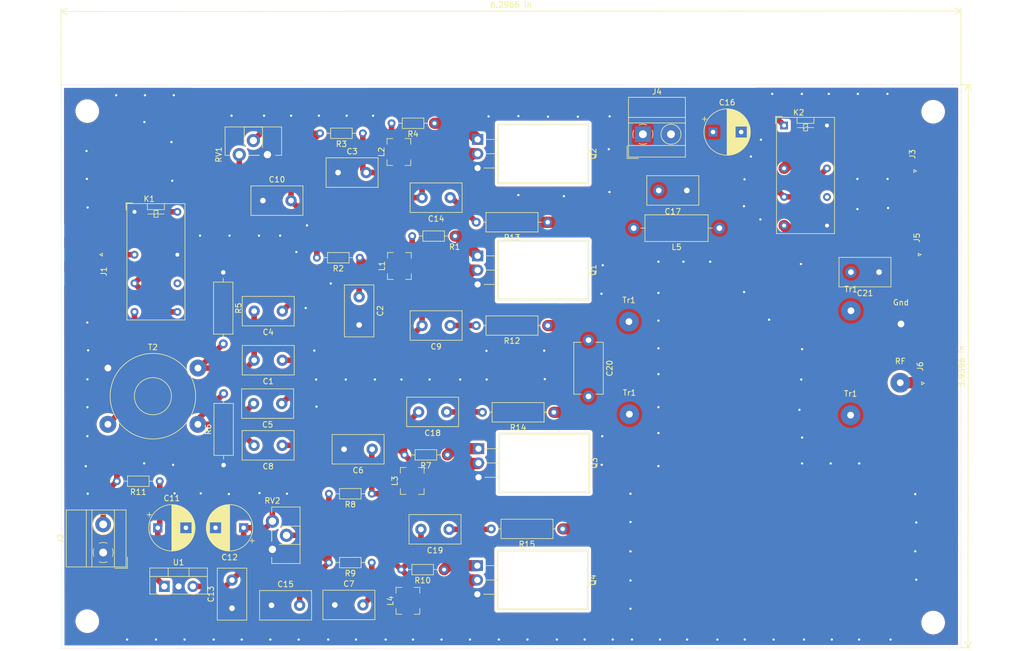
<source format=kicad_pcb>
(kicad_pcb (version 20171130) (host pcbnew "(5.1.4)-1")
  (layers (0 F.Cu signal) (31 B.Cu signal) (34 B.Paste user) (35 F.Paste user) (36 B.SilkS user) (37 F.SilkS user) (38 B.Mask user) (39 F.Mask user) (44 Edge.Cuts user))
  (net 0 "")
  (net 1 "Net-(C1-Pad1)")
  (net 2 "Net-(C1-Pad2)")
  (net 3 "Net-(C2-Pad1)")
  (net 4 GND)
  (net 5 "Net-(C3-Pad2)")
  (net 6 "Net-(C5-Pad2)")
  (net 7 "Net-(C6-Pad1)")
  (net 8 "Net-(C7-Pad2)")
  (net 9 Bias_A)
  (net 10 "Net-(C11-Pad1)")
  (net 11 "Net-(C12-Pad1)")
  (net 12 Bias_B)
  (net 13 "Net-(J1-Pad1)")
  (net 14 12V_Switch)
  (net 15 "Net-(J3-Pad1)")
  (net 16 "Net-(K1-Pad11)")
  (net 17 "Net-(K1-Pad8)")
  (net 18 "Net-(K1-Pad6)")
  (net 19 "Net-(K2-Pad11)")
  (net 20 "Net-(Q1-Pad1)")
  (net 21 "Net-(Q2-Pad1)")
  (net 22 "Net-(Q3-Pad1)")
  (net 23 "Net-(Q4-Pad1)")
  (net 24 "Net-(C14-Pad2)")
  (net 25 "Net-(C18-Pad2)")
  (net 26 "Net-(C19-Pad2)")
  (net 27 "Net-(C9-Pad1)")
  (net 28 "Net-(C14-Pad1)")
  (net 29 "Net-(C18-Pad1)")
  (net 30 "Net-(C19-Pad1)")
  (net 31 "Net-(C20-Pad1)")
  (net 32 "Net-(C20-Pad2)")
  (net 33 "Net-(J6-Pad1)")
  (net 34 "Net-(J5-Pad1)")
  (net 35 "Net-(C16-Pad1)")
  (net 36 "Net-(C21-Pad2)")
  (module Connector_Coaxial:SMA_Amphenol_132289_EdgeMount (layer F.Cu) (at 217.51544 74.3458)
    (fp_text reference J5 (at -3.96 -3 90) (layer F.SilkS))
    (fp_text value LPF-Out)
    (pad 1 smd rect (at 0 0 90) (size 1.5 5.08) (layers F.Cu F.Paste F.Mask) (net 34 "Net-(J5-Pad1)"))
    (pad 2 smd rect (at 0 -4.25 90) (size 1.5 5.08) (layers F.Cu F.Paste F.Mask) (net 4 GND))
    (pad 2 smd rect (at 0 4.25 90) (size 1.5 5.08) (layers F.Cu F.Paste F.Mask) (net 4 GND))
    (pad 2 smd rect (at 0 -4.25 90) (size 1.5 5.08) (layers B.Cu B.Paste B.Mask) (net 4 GND))
    (pad 2 smd rect (at 0 4.25 90) (size 1.5 5.08) (layers B.Cu B.Paste B.Mask) (net 4 GND))
  )
  (module Connector_Coaxial:SMA_Amphenol_132289_EdgeMount (layer F.Cu) (at 218.10472 97.21088)
    (fp_text reference J6 (at -3.96 -3 90) (layer F.SilkS))
    (fp_text value LPF)
    (pad 1 smd rect (at 0 0 90) (size 1.5 5.08) (layers F.Cu F.Paste F.Mask) (net 33 "Net-(J6-Pad1)"))
    (pad 2 smd rect (at 0 -4.25 90) (size 1.5 5.08) (layers F.Cu F.Paste F.Mask) (net 4 GND))
    (pad 2 smd rect (at 0 4.25 90) (size 1.5 5.08) (layers F.Cu F.Paste F.Mask) (net 4 GND))
    (pad 2 smd rect (at 0 -4.25 90) (size 1.5 5.08) (layers B.Cu B.Paste B.Mask) (net 4 GND))
    (pad 2 smd rect (at 0 4.25 90) (size 1.5 5.08) (layers B.Cu B.Paste B.Mask) (net 4 GND))
  )
  (module Connector_Coaxial:SMA_Amphenol_132289_EdgeMount (layer F.Cu) (at 216.71788 59.49188)
    (fp_text reference J3 (at -3.96 -3 90) (layer F.SilkS))
    (fp_text value Conn_Coaxial)
    (pad 1 smd rect (at 0 0 90) (size 1.5 5.08) (layers F.Cu F.Paste F.Mask) (net 15 "Net-(J3-Pad1)"))
    (pad 2 smd rect (at 0 -4.25 90) (size 1.5 5.08) (layers F.Cu F.Paste F.Mask) (net 4 GND))
    (pad 2 smd rect (at 0 4.25 90) (size 1.5 5.08) (layers F.Cu F.Paste F.Mask) (net 4 GND))
    (pad 2 smd rect (at 0 -4.25 90) (size 1.5 5.08) (layers B.Cu B.Paste B.Mask) (net 4 GND))
    (pad 2 smd rect (at 0 4.25 90) (size 1.5 5.08) (layers B.Cu B.Paste B.Mask) (net 4 GND))
  )
  (module Connector_Coaxial:SMA_Amphenol_132289_EdgeMount (layer F.Cu) (at 65.1002 74.35596 180)
    (fp_text reference J1 (at -3.96 -3 90) (layer F.SilkS))
    (fp_text value Conn_Coaxial)
    (pad 1 smd rect (at 0 0 270) (size 1.5 5.08) (layers F.Cu F.Paste F.Mask) (net 13 "Net-(J1-Pad1)"))
    (pad 2 smd rect (at 0 -4.25 270) (size 1.5 5.08) (layers F.Cu F.Paste F.Mask) (net 4 GND))
    (pad 2 smd rect (at 0 4.25 270) (size 1.5 5.08) (layers F.Cu F.Paste F.Mask) (net 4 GND))
    (pad 2 smd rect (at 0 -4.25 270) (size 1.5 5.08) (layers B.Cu B.Paste B.Mask) (net 4 GND))
    (pad 2 smd rect (at 0 4.25 270) (size 1.5 5.08) (layers B.Cu B.Paste B.Mask) (net 4 GND))
  )
  (module MountingHole:MountingHole_3.2mm_M3 (layer F.Cu) (at 66.1162 48.83912)
    (fp_text reference " " (at 0 -4.2) (layer F.SilkS))
    (fp_text value " ")
    (pad 1 np_thru_hole circle (at 0 0) (size 3.2 3.2) (drill 3.2) (layers *.Cu *.Mask))
  )
  (module MountingHole:MountingHole_3.2mm_M3 (layer F.Cu) (at 66.1162 139.49172)
    (fp_text reference " " (at 0 -4.2) (layer F.SilkS))
    (fp_text value " ")
    (pad 1 np_thru_hole circle (at 0 0) (size 3.2 3.2) (drill 3.2) (layers *.Cu *.Mask))
  )
  (module MountingHole:MountingHole_3.2mm_M3 (layer F.Cu) (at 216.44864 139.74064)
    (fp_text reference " " (at 0 -4.2) (layer F.SilkS))
    (fp_text value " ")
    (pad 1 np_thru_hole circle (at 0 0) (size 3.2 3.2) (drill 3.2) (layers *.Cu *.Mask))
  )
  (module MountingHole:MountingHole_3.2mm_M3 (layer F.Cu) (at 216.44864 48.95088)
    (fp_text reference " " (at 0 -4.2) (layer F.SilkS))
    (fp_text value " ")
    (pad 1 np_thru_hole circle (at 0 0) (size 3.2 3.2) (drill 3.2) (layers *.Cu *.Mask))
  )
  (module Connector_Wire:SolderWirePad_1x01_Drill1.2mm (layer F.Cu) (at 162.46348 102.70744)
    (fp_text reference Tr1 (at 0 -3.81) (layer F.SilkS))
    (fp_text value Tr1)
    (pad 1 thru_hole circle (at 0 0) (size 3.50012 3.50012) (drill 1.19888) (layers *.Cu *.Mask) (net 32 "Net-(C20-Pad2)"))
  )
  (module Connector_Wire:SolderWirePad_1x01_Drill1.2mm (layer F.Cu) (at 162.3822 86.25332)
    (fp_text reference Tr1 (at 0 -3.81) (layer F.SilkS))
    (fp_text value Tr1)
    (pad 1 thru_hole circle (at 0 0) (size 3.50012 3.50012) (drill 1.19888) (layers *.Cu *.Mask) (net 31 "Net-(C20-Pad1)"))
  )
  (module Connector_Wire:SolderWirePad_1x01_Drill1.2mm (layer F.Cu) (at 201.78268 102.88016)
    (fp_text reference Tr1 (at 0 -3.81) (layer F.SilkS))
    (fp_text value Tr1)
    (pad 1 thru_hole circle (at 0 0) (size 3.50012 3.50012) (drill 1.19888) (layers *.Cu *.Mask) (net 36 "Net-(C21-Pad2)"))
  )
  (module Connector_Wire:SolderWirePad_1x01_Drill1.2mm (layer F.Cu) (at 201.83856 84.32292)
    (fp_text reference Tr1 (at 0 -3.81) (layer F.SilkS))
    (fp_text value " Tr1")
    (pad 1 thru_hole circle (at 0 0) (size 3.50012 3.50012) (drill 1.19888) (layers *.Cu *.Mask) (net 36 "Net-(C21-Pad2)"))
  )
  (module Connector_Wire:SolderWirePad_1x01_Drill1.2mm (layer F.Cu) (at 210.73364 86.66988)
    (fp_text reference Gnd (at 0 -3.81) (layer F.SilkS))
    (fp_text value Gnd)
    (pad 1 thru_hole circle (at 0 0) (size 3.50012 3.50012) (drill 1.19888) (layers *.Cu *.Mask) (net 4 GND))
  )
  (module Connector_Wire:SolderWirePad_1x01_Drill1.2mm (layer F.Cu) (at 210.60156 97.10928)
    (fp_text reference RF (at 0 -3.81) (layer F.SilkS))
    (fp_text value Rf)
    (pad 1 thru_hole circle (at 0 0) (size 3.50012 3.50012) (drill 1.19888) (layers *.Cu *.Mask) (net 33 "Net-(J6-Pad1)"))
  )
  (module Relay_THT:Relay_DPDT_Omron_G5V-2 (layer F.Cu) (at 74.50836 66.74104)
    (fp_text reference K1 (at 2.6 -2.3) (layer F.SilkS))
    (fp_text value G5V-2)
    (pad 13 thru_hole circle (at 7.62 7.62) (size 1.4 1.4) (drill 0.7) (layers *.Cu *.Mask) (net 4 GND))
    (pad 9 thru_hole circle (at 7.63 17.79) (size 1.4 1.4) (drill 0.7) (layers *.Cu *.Mask) (net 18 "Net-(K1-Pad6)"))
    (pad 11 thru_hole circle (at 7.63 12.71) (size 1.4 1.4) (drill 0.7) (layers *.Cu *.Mask) (net 16 "Net-(K1-Pad11)"))
    (pad 4 thru_hole circle (at 0 7.62) (size 1.4 1.4) (drill 0.7) (layers *.Cu *.Mask) (net 13 "Net-(J1-Pad1)"))
    (pad 8 thru_hole circle (at 0 17.78) (size 1.4 1.4) (drill 0.7) (layers *.Cu *.Mask) (net 17 "Net-(K1-Pad8)"))
    (pad 6 thru_hole circle (at 0 12.69) (size 1.4 1.4) (drill 0.7) (layers *.Cu *.Mask) (net 18 "Net-(K1-Pad6)"))
    (pad 16 thru_hole circle (at 7.62 0) (size 1.4 1.4) (drill 0.7) (layers *.Cu *.Mask) (net 14 12V_Switch))
    (pad 1 thru_hole rect (at 0 0) (size 1.4 1.4) (drill 0.7) (layers *.Cu *.Mask) (net 4 GND))
  )
  (module Capacitor_THT:C_Disc_D9.0mm_W5.0mm_P5.00mm (layer F.Cu) (at 206.83728 77.45476 180)
    (fp_text reference C21 (at 2.5 -3.75) (layer F.SilkS))
    (fp_text value 100n)
    (pad 2 thru_hole circle (at 5 0 180) (size 2 2) (drill 1) (layers *.Cu *.Mask) (net 36 "Net-(C21-Pad2)"))
    (pad 1 thru_hole circle (at 0 0 180) (size 2 2) (drill 1) (layers *.Cu *.Mask) (net 4 GND))
  )
  (module Capacitor_THT:CP_Radial_D8.0mm_P5.00mm (layer F.Cu) (at 177.33264 52.56276)
    (fp_text reference C16 (at 2.5 -5.25) (layer F.SilkS))
    (fp_text value 100u)
    (pad 1 thru_hole rect (at 0 0) (size 1.6 1.6) (drill 0.8) (layers *.Cu *.Mask) (net 35 "Net-(C16-Pad1)"))
    (pad 2 thru_hole circle (at 5 0) (size 1.6 1.6) (drill 0.8) (layers *.Cu *.Mask) (net 4 GND))
  )
  (module Resistor_THT:R_Axial_DIN0309_L9.0mm_D3.2mm_P12.70mm_Horizontal (layer F.Cu) (at 150.61184 123.09348 180)
    (fp_text reference R15 (at 6.35 -2.72) (layer F.SilkS))
    (fp_text value 220)
    (pad 2 thru_hole oval (at 12.7 0 180) (size 1.6 1.6) (drill 0.8) (layers *.Cu *.Mask) (net 30 "Net-(C19-Pad1)"))
    (pad 1 thru_hole circle (at 0 0 180) (size 1.6 1.6) (drill 0.8) (layers *.Cu *.Mask) (net 32 "Net-(C20-Pad2)"))
  )
  (module Resistor_THT:R_Axial_DIN0309_L9.0mm_D3.2mm_P12.70mm_Horizontal (layer F.Cu) (at 149.03704 102.36708 180)
    (fp_text reference R14 (at 6.35 -2.72) (layer F.SilkS))
    (fp_text value 220)
    (pad 2 thru_hole oval (at 12.7 0 180) (size 1.6 1.6) (drill 0.8) (layers *.Cu *.Mask) (net 29 "Net-(C18-Pad1)"))
    (pad 1 thru_hole circle (at 0 0 180) (size 1.6 1.6) (drill 0.8) (layers *.Cu *.Mask) (net 32 "Net-(C20-Pad2)"))
  )
  (module Resistor_THT:R_Axial_DIN0309_L9.0mm_D3.2mm_P12.70mm_Horizontal (layer F.Cu) (at 147.94992 68.59016 180)
    (fp_text reference R13 (at 6.35 -2.72) (layer F.SilkS))
    (fp_text value 220)
    (pad 2 thru_hole oval (at 12.7 0 180) (size 1.6 1.6) (drill 0.8) (layers *.Cu *.Mask) (net 28 "Net-(C14-Pad1)"))
    (pad 1 thru_hole circle (at 0 0 180) (size 1.6 1.6) (drill 0.8) (layers *.Cu *.Mask) (net 31 "Net-(C20-Pad1)"))
  )
  (module Resistor_THT:R_Axial_DIN0309_L9.0mm_D3.2mm_P12.70mm_Horizontal (layer F.Cu) (at 147.94992 86.95436 180)
    (fp_text reference R12 (at 6.35 -2.72) (layer F.SilkS))
    (fp_text value 220)
    (pad 2 thru_hole oval (at 12.7 0 180) (size 1.6 1.6) (drill 0.8) (layers *.Cu *.Mask) (net 27 "Net-(C9-Pad1)"))
    (pad 1 thru_hole circle (at 0 0 180) (size 1.6 1.6) (drill 0.8) (layers *.Cu *.Mask) (net 31 "Net-(C20-Pad1)"))
  )
  (module Capacitor_THT:C_Disc_D9.0mm_W5.0mm_P10.00mm (layer F.Cu) (at 155.19908 89.54008 270)
    (fp_text reference C20 (at 5 -3.75 90) (layer F.SilkS))
    (fp_text value 500p)
    (pad 1 thru_hole circle (at 0 0 270) (size 2 2) (drill 1) (layers *.Cu *.Mask) (net 31 "Net-(C20-Pad1)"))
    (pad 2 thru_hole circle (at 10 0 270) (size 2 2) (drill 1) (layers *.Cu *.Mask) (net 32 "Net-(C20-Pad2)"))
  )
  (module Capacitor_THT:C_Disc_D9.0mm_W5.0mm_P5.00mm (layer F.Cu) (at 130.41884 123.16968 180)
    (fp_text reference C19 (at 2.5 -3.75) (layer F.SilkS))
    (fp_text value 100n)
    (pad 2 thru_hole circle (at 5 0 180) (size 2 2) (drill 1) (layers *.Cu *.Mask) (net 26 "Net-(C19-Pad2)"))
    (pad 1 thru_hole circle (at 0 0 180) (size 2 2) (drill 1) (layers *.Cu *.Mask) (net 30 "Net-(C19-Pad1)"))
  )
  (module Capacitor_THT:C_Disc_D9.0mm_W5.0mm_P5.00mm (layer F.Cu) (at 130.61696 86.9442 180)
    (fp_text reference C9 (at 2.5 -3.75) (layer F.SilkS))
    (fp_text value 100n)
    (pad 1 thru_hole circle (at 0 0 180) (size 2 2) (drill 1) (layers *.Cu *.Mask) (net 27 "Net-(C9-Pad1)"))
    (pad 2 thru_hole circle (at 5 0 180) (size 2 2) (drill 1) (layers *.Cu *.Mask) (net 1 "Net-(C1-Pad1)"))
  )
  (module Capacitor_THT:C_Disc_D9.0mm_W5.0mm_P5.00mm (layer F.Cu) (at 114.43208 81.84388 270)
    (fp_text reference C2 (at 2.5 -3.75 90) (layer F.SilkS))
    (fp_text value 100n)
    (pad 1 thru_hole circle (at 0 0 270) (size 2 2) (drill 1) (layers *.Cu *.Mask) (net 3 "Net-(C2-Pad1)"))
    (pad 2 thru_hole circle (at 5 0 270) (size 2 2) (drill 1) (layers *.Cu *.Mask) (net 4 GND))
  )
  (module Capacitor_THT:C_Disc_D9.0mm_W5.0mm_P5.00mm (layer F.Cu) (at 100.77704 93.11132 180)
    (fp_text reference C1 (at 2.5 -3.75) (layer F.SilkS))
    (fp_text value 100n)
    (pad 1 thru_hole circle (at 0 0 180) (size 2 2) (drill 1) (layers *.Cu *.Mask) (net 1 "Net-(C1-Pad1)"))
    (pad 2 thru_hole circle (at 5 0 180) (size 2 2) (drill 1) (layers *.Cu *.Mask) (net 2 "Net-(C1-Pad2)"))
  )
  (module Capacitor_THT:C_Disc_D9.0mm_W5.0mm_P5.00mm (layer F.Cu) (at 110.68304 59.76112)
    (fp_text reference C3 (at 2.5 -3.75) (layer F.SilkS))
    (fp_text value 100n)
    (pad 2 thru_hole circle (at 5 0) (size 2 2) (drill 1) (layers *.Cu *.Mask) (net 5 "Net-(C3-Pad2)"))
    (pad 1 thru_hole circle (at 0 0) (size 2 2) (drill 1) (layers *.Cu *.Mask) (net 4 GND))
  )
  (module Capacitor_THT:C_Disc_D9.0mm_W5.0mm_P5.00mm (layer F.Cu) (at 100.77704 84.38388 180)
    (fp_text reference C4 (at 2.5 -3.75) (layer F.SilkS))
    (fp_text value 100n)
    (pad 1 thru_hole circle (at 0 0 180) (size 2 2) (drill 1) (layers *.Cu *.Mask) (net 24 "Net-(C14-Pad2)"))
    (pad 2 thru_hole circle (at 5 0 180) (size 2 2) (drill 1) (layers *.Cu *.Mask) (net 2 "Net-(C1-Pad2)"))
  )
  (module Capacitor_THT:C_Disc_D9.0mm_W5.0mm_P5.00mm (layer F.Cu) (at 100.67544 100.81768 180)
    (fp_text reference C5 (at 2.5 -3.75) (layer F.SilkS))
    (fp_text value 100n)
    (pad 2 thru_hole circle (at 5 0 180) (size 2 2) (drill 1) (layers *.Cu *.Mask) (net 6 "Net-(C5-Pad2)"))
    (pad 1 thru_hole circle (at 0 0 180) (size 2 2) (drill 1) (layers *.Cu *.Mask) (net 25 "Net-(C18-Pad2)"))
  )
  (module Capacitor_THT:C_Disc_D9.0mm_W5.0mm_P5.00mm (layer F.Cu) (at 116.75364 108.93552 180)
    (fp_text reference C6 (at 2.5 -3.75) (layer F.SilkS))
    (fp_text value 100n)
    (pad 2 thru_hole circle (at 5 0 180) (size 2 2) (drill 1) (layers *.Cu *.Mask) (net 4 GND))
    (pad 1 thru_hole circle (at 0 0 180) (size 2 2) (drill 1) (layers *.Cu *.Mask) (net 7 "Net-(C6-Pad1)"))
  )
  (module Capacitor_THT:C_Disc_D9.0mm_W5.0mm_P5.00mm (layer F.Cu) (at 110.109 136.60628)
    (fp_text reference C7 (at 2.5 -3.75) (layer F.SilkS))
    (fp_text value 100n)
    (pad 1 thru_hole circle (at 0 0) (size 2 2) (drill 1) (layers *.Cu *.Mask) (net 4 GND))
    (pad 2 thru_hole circle (at 5 0) (size 2 2) (drill 1) (layers *.Cu *.Mask) (net 8 "Net-(C7-Pad2)"))
  )
  (module Capacitor_THT:C_Disc_D9.0mm_W5.0mm_P5.00mm (layer F.Cu) (at 100.75672 108.23956 180)
    (fp_text reference C8 (at 2.5 -3.75) (layer F.SilkS))
    (fp_text value 100n)
    (pad 2 thru_hole circle (at 5 0 180) (size 2 2) (drill 1) (layers *.Cu *.Mask) (net 6 "Net-(C5-Pad2)"))
    (pad 1 thru_hole circle (at 0 0 180) (size 2 2) (drill 1) (layers *.Cu *.Mask) (net 26 "Net-(C19-Pad2)"))
  )
  (module Capacitor_THT:C_Disc_D9.0mm_W5.0mm_P5.00mm (layer F.Cu) (at 97.32772 64.7446)
    (fp_text reference C10 (at 2.5 -3.75) (layer F.SilkS))
    (fp_text value 100n)
    (pad 2 thru_hole circle (at 5 0) (size 2 2) (drill 1) (layers *.Cu *.Mask) (net 9 Bias_A))
    (pad 1 thru_hole circle (at 0 0) (size 2 2) (drill 1) (layers *.Cu *.Mask) (net 4 GND))
  )
  (module Capacitor_THT:CP_Radial_D8.0mm_P5.00mm (layer F.Cu) (at 78.64348 122.89536)
    (fp_text reference C11 (at 2.5 -5.25) (layer F.SilkS))
    (fp_text value 10u)
    (pad 2 thru_hole circle (at 5 0) (size 1.6 1.6) (drill 0.8) (layers *.Cu *.Mask) (net 4 GND))
    (pad 1 thru_hole rect (at 0 0) (size 1.6 1.6) (drill 0.8) (layers *.Cu *.Mask) (net 10 "Net-(C11-Pad1)"))
  )
  (module Capacitor_THT:CP_Radial_D8.0mm_P5.00mm (layer F.Cu) (at 93.90888 122.89536 180)
    (fp_text reference C12 (at 2.5 -5.25) (layer F.SilkS))
    (fp_text value 10u)
    (pad 1 thru_hole rect (at 0 0 180) (size 1.6 1.6) (drill 0.8) (layers *.Cu *.Mask) (net 11 "Net-(C12-Pad1)"))
    (pad 2 thru_hole circle (at 5 0 180) (size 1.6 1.6) (drill 0.8) (layers *.Cu *.Mask) (net 4 GND))
  )
  (module Capacitor_THT:C_Disc_D9.0mm_W5.0mm_P5.00mm (layer F.Cu) (at 91.84132 137.19048 90)
    (fp_text reference C13 (at 2.5 -3.75 90) (layer F.SilkS))
    (fp_text value 100n)
    (pad 2 thru_hole circle (at 5 0 90) (size 2 2) (drill 1) (layers *.Cu *.Mask) (net 11 "Net-(C12-Pad1)"))
    (pad 1 thru_hole circle (at 0 0 90) (size 2 2) (drill 1) (layers *.Cu *.Mask) (net 4 GND))
  )
  (module Capacitor_THT:C_Disc_D9.0mm_W5.0mm_P5.00mm (layer F.Cu) (at 98.8568 136.67232)
    (fp_text reference C15 (at 2.5 -3.75) (layer F.SilkS))
    (fp_text value 100n)
    (pad 1 thru_hole circle (at 0 0) (size 2 2) (drill 1) (layers *.Cu *.Mask) (net 4 GND))
    (pad 2 thru_hole circle (at 5 0) (size 2 2) (drill 1) (layers *.Cu *.Mask) (net 12 Bias_B))
  )
  (module Capacitor_THT:C_Disc_D9.0mm_W5.0mm_P5.00mm (layer F.Cu) (at 172.67936 62.9412 180)
    (fp_text reference C17 (at 2.5 -3.75) (layer F.SilkS))
    (fp_text value 100n)
    (pad 1 thru_hole circle (at 0 0 180) (size 2 2) (drill 1) (layers *.Cu *.Mask) (net 4 GND))
    (pad 2 thru_hole circle (at 5 0 180) (size 2 2) (drill 1) (layers *.Cu *.Mask) (net 35 "Net-(C16-Pad1)"))
  )
  (module TerminalBlock_MetzConnect:TerminalBlock_MetzConnect_Type011_RT05502HBWC_1x02_P5.00mm_Horizontal (layer F.Cu) (at 68.94068 127.28956 90)
    (fp_text reference J2 (at 2.5 -7.56 90) (layer F.SilkS))
    (fp_text value "12V Switch")
    (pad 1 thru_hole rect (at 0 0 90) (size 2.8 2.8) (drill 1.4) (layers *.Cu *.Mask) (net 4 GND))
    (pad 2 thru_hole circle (at 5 0 90) (size 2.8 2.8) (drill 1.4) (layers *.Cu *.Mask) (net 14 12V_Switch))
  )
  (module TerminalBlock_MetzConnect:TerminalBlock_MetzConnect_Type011_RT05502HBWC_1x02_P5.00mm_Horizontal (layer F.Cu) (at 164.86124 52.94884)
    (fp_text reference J4 (at 2.5 -7.56) (layer F.SilkS))
    (fp_text value "12V Power")
    (pad 2 thru_hole circle (at 5 0) (size 2.8 2.8) (drill 1.4) (layers *.Cu *.Mask) (net 4 GND))
    (pad 1 thru_hole rect (at 0 0) (size 2.8 2.8) (drill 1.4) (layers *.Cu *.Mask) (net 35 "Net-(C16-Pad1)"))
  )
  (module Relay_THT:Relay_DPDT_Omron_G5V-2 (layer F.Cu) (at 189.95644 51.39436)
    (fp_text reference K2 (at 2.6 -2.3) (layer F.SilkS))
    (fp_text value G5V-2)
    (pad 1 thru_hole rect (at 0 0) (size 1.4 1.4) (drill 0.7) (layers *.Cu *.Mask) (net 14 12V_Switch))
    (pad 16 thru_hole circle (at 7.62 0) (size 1.4 1.4) (drill 0.7) (layers *.Cu *.Mask) (net 4 GND))
    (pad 6 thru_hole circle (at 0 12.69) (size 1.4 1.4) (drill 0.7) (layers *.Cu *.Mask) (net 18 "Net-(K1-Pad6)"))
    (pad 8 thru_hole circle (at 0 17.78) (size 1.4 1.4) (drill 0.7) (layers *.Cu *.Mask) (net 34 "Net-(J5-Pad1)"))
    (pad 4 thru_hole circle (at 0 7.62) (size 1.4 1.4) (drill 0.7) (layers *.Cu *.Mask) (net 15 "Net-(J3-Pad1)"))
    (pad 11 thru_hole circle (at 7.63 12.71) (size 1.4 1.4) (drill 0.7) (layers *.Cu *.Mask) (net 19 "Net-(K2-Pad11)"))
    (pad 9 thru_hole circle (at 7.63 17.79) (size 1.4 1.4) (drill 0.7) (layers *.Cu *.Mask) (net 4 GND))
    (pad 13 thru_hole circle (at 7.62 7.62) (size 1.4 1.4) (drill 0.7) (layers *.Cu *.Mask) (net 18 "Net-(K1-Pad6)"))
  )
  (module Inductor_SMD:L_Bourns-SRN4018 (layer F.Cu) (at 121.5898 76.36764 270)
    (fp_text reference L1 (at 0 3.1 90) (layer F.SilkS))
    (fp_text value 100u)
    (pad 2 smd rect (at 1.525 0 270) (size 1.5 3.6) (layers F.Cu F.Paste F.Mask) (net 3 "Net-(C2-Pad1)"))
    (pad 1 smd rect (at -1.525 0 270) (size 1.5 3.6) (layers F.Cu F.Paste F.Mask) (net 1 "Net-(C1-Pad1)"))
  )
  (module Inductor_SMD:L_Bourns-SRN4018 (layer F.Cu) (at 121.49836 56.1086 270)
    (fp_text reference L2 (at 0 3.1 90) (layer F.SilkS))
    (fp_text value 100u)
    (pad 1 smd rect (at -1.525 0 270) (size 1.5 3.6) (layers F.Cu F.Paste F.Mask) (net 24 "Net-(C14-Pad2)"))
    (pad 2 smd rect (at 1.525 0 270) (size 1.5 3.6) (layers F.Cu F.Paste F.Mask) (net 5 "Net-(C3-Pad2)"))
  )
  (module Inductor_SMD:L_Bourns-SRN4018 (layer F.Cu) (at 123.87072 114.56924 270)
    (fp_text reference L3 (at 0 3.1 90) (layer F.SilkS))
    (fp_text value 100u)
    (pad 2 smd rect (at 1.525 0 270) (size 1.5 3.6) (layers F.Cu F.Paste F.Mask) (net 7 "Net-(C6-Pad1)"))
    (pad 1 smd rect (at -1.525 0 270) (size 1.5 3.6) (layers F.Cu F.Paste F.Mask) (net 25 "Net-(C18-Pad2)"))
  )
  (module Inductor_SMD:L_Bourns-SRN4018 (layer F.Cu) (at 123.10364 135.87476 270)
    (fp_text reference L4 (at 0 3.1 90) (layer F.SilkS))
    (fp_text value 100u)
    (pad 1 smd rect (at -1.525 0 270) (size 1.5 3.6) (layers F.Cu F.Paste F.Mask) (net 26 "Net-(C19-Pad2)"))
    (pad 2 smd rect (at 1.525 0 270) (size 1.5 3.6) (layers F.Cu F.Paste F.Mask) (net 8 "Net-(C7-Pad2)"))
  )
  (module Resistor_THT:R_Axial_DIN0204_L3.6mm_D1.6mm_P7.62mm_Horizontal (layer F.Cu) (at 131.48056 71.04888 180)
    (fp_text reference R1 (at 0.07619 -1.92) (layer F.SilkS))
    (fp_text value 4.7)
    (pad 2 thru_hole oval (at 7.62 0 180) (size 1.4 1.4) (drill 0.7) (layers *.Cu *.Mask) (net 1 "Net-(C1-Pad1)"))
    (pad 1 thru_hole circle (at 0 0 180) (size 1.4 1.4) (drill 0.7) (layers *.Cu *.Mask) (net 20 "Net-(Q1-Pad1)"))
  )
  (module Resistor_THT:R_Axial_DIN0204_L3.6mm_D1.6mm_P7.62mm_Horizontal (layer F.Cu) (at 114.54384 74.89444 180)
    (fp_text reference R2 (at 3.81 -1.92) (layer F.SilkS))
    (fp_text value 47)
    (pad 2 thru_hole oval (at 7.62 0 180) (size 1.4 1.4) (drill 0.7) (layers *.Cu *.Mask) (net 9 Bias_A))
    (pad 1 thru_hole circle (at 0 0 180) (size 1.4 1.4) (drill 0.7) (layers *.Cu *.Mask) (net 3 "Net-(C2-Pad1)"))
  )
  (module Resistor_THT:R_Axial_DIN0204_L3.6mm_D1.6mm_P7.62mm_Horizontal (layer F.Cu) (at 115.09248 52.7812 180)
    (fp_text reference R3 (at 3.81 -1.92) (layer F.SilkS))
    (fp_text value 47)
    (pad 1 thru_hole circle (at 0 0 180) (size 1.4 1.4) (drill 0.7) (layers *.Cu *.Mask) (net 5 "Net-(C3-Pad2)"))
    (pad 2 thru_hole oval (at 7.62 0 180) (size 1.4 1.4) (drill 0.7) (layers *.Cu *.Mask) (net 9 Bias_A))
  )
  (module Resistor_THT:R_Axial_DIN0204_L3.6mm_D1.6mm_P7.62mm_Horizontal (layer F.Cu) (at 127.82296 50.99812 180)
    (fp_text reference R4 (at 3.81 -1.92) (layer F.SilkS))
    (fp_text value 4.7)
    (pad 1 thru_hole circle (at 0 0 180) (size 1.4 1.4) (drill 0.7) (layers *.Cu *.Mask) (net 21 "Net-(Q2-Pad1)"))
    (pad 2 thru_hole oval (at 7.62 0 180) (size 1.4 1.4) (drill 0.7) (layers *.Cu *.Mask) (net 24 "Net-(C14-Pad2)"))
  )
  (module Resistor_THT:R_Axial_DIN0204_L3.6mm_D1.6mm_P7.62mm_Horizontal (layer F.Cu) (at 130.10896 109.93628 180)
    (fp_text reference R7 (at 3.81 -1.92) (layer F.SilkS))
    (fp_text value 4.7)
    (pad 1 thru_hole circle (at 0 0 180) (size 1.4 1.4) (drill 0.7) (layers *.Cu *.Mask) (net 22 "Net-(Q3-Pad1)"))
    (pad 2 thru_hole oval (at 7.62 0 180) (size 1.4 1.4) (drill 0.7) (layers *.Cu *.Mask) (net 25 "Net-(C18-Pad2)"))
  )
  (module Resistor_THT:R_Axial_DIN0204_L3.6mm_D1.6mm_P7.62mm_Horizontal (layer F.Cu) (at 116.67744 116.84 180)
    (fp_text reference R8 (at 3.81 -1.92) (layer F.SilkS))
    (fp_text value 47)
    (pad 1 thru_hole circle (at 0 0 180) (size 1.4 1.4) (drill 0.7) (layers *.Cu *.Mask) (net 7 "Net-(C6-Pad1)"))
    (pad 2 thru_hole oval (at 7.62 0 180) (size 1.4 1.4) (drill 0.7) (layers *.Cu *.Mask) (net 12 Bias_B))
  )
  (module Resistor_THT:R_Axial_DIN0204_L3.6mm_D1.6mm_P7.62mm_Horizontal (layer F.Cu) (at 116.67744 129.07772 180)
    (fp_text reference R9 (at 3.81 -1.92) (layer F.SilkS))
    (fp_text value 47)
    (pad 2 thru_hole oval (at 7.62 0 180) (size 1.4 1.4) (drill 0.7) (layers *.Cu *.Mask) (net 12 Bias_B))
    (pad 1 thru_hole circle (at 0 0 180) (size 1.4 1.4) (drill 0.7) (layers *.Cu *.Mask) (net 8 "Net-(C7-Pad2)"))
  )
  (module Resistor_THT:R_Axial_DIN0204_L3.6mm_D1.6mm_P7.62mm_Horizontal (layer F.Cu) (at 129.52984 130.3274 180)
    (fp_text reference R10 (at 3.81 -1.92) (layer F.SilkS))
    (fp_text value 4.7)
    (pad 2 thru_hole oval (at 7.62 0 180) (size 1.4 1.4) (drill 0.7) (layers *.Cu *.Mask) (net 26 "Net-(C19-Pad2)"))
    (pad 1 thru_hole circle (at 0 0 180) (size 1.4 1.4) (drill 0.7) (layers *.Cu *.Mask) (net 23 "Net-(Q4-Pad1)"))
  )
  (module Resistor_THT:R_Axial_DIN0204_L3.6mm_D1.6mm_P7.62mm_Horizontal (layer F.Cu) (at 78.994 114.61496 180)
    (fp_text reference R11 (at 3.81 -1.92) (layer F.SilkS))
    (fp_text value 2.2k)
    (pad 2 thru_hole oval (at 7.62 0 180) (size 1.4 1.4) (drill 0.7) (layers *.Cu *.Mask) (net 14 12V_Switch))
    (pad 1 thru_hole circle (at 0 0 180) (size 1.4 1.4) (drill 0.7) (layers *.Cu *.Mask) (net 10 "Net-(C11-Pad1)"))
  )
  (module Transformer_THT:Transformer_Toroid_Horizontal_D14.0mm_Amidon-T50 (layer F.Cu) (at 69.77888 104.50576)
    (fp_text reference T2 (at 8 -13.7) (layer F.SilkS))
    (fp_text value "Input transformer")
    (pad 1 thru_hole circle (at 0 0) (size 3 3) (drill 1.2) (layers *.Cu *.Mask) (net 17 "Net-(K1-Pad8)"))
    (pad 2 thru_hole circle (at 16 0) (size 3 3) (drill 1.2) (layers *.Cu *.Mask) (net 6 "Net-(C5-Pad2)"))
    (pad 3 thru_hole circle (at 0 -10) (size 3 3) (drill 1.2) (layers *.Cu *.Mask) (net 4 GND))
    (pad 4 thru_hole circle (at 16 -10) (size 3 3) (drill 1.2) (layers *.Cu *.Mask) (net 2 "Net-(C1-Pad2)"))
  )
  (module Package_TO_SOT_THT:TO-220-3_Vertical (layer F.Cu) (at 79.8068 133.30936)
    (fp_text reference U1 (at 2.54 -4.27) (layer F.SilkS))
    (fp_text value L7805)
    (pad 1 thru_hole rect (at 0 0) (size 1.905 2) (drill 1.1) (layers *.Cu *.Mask) (net 10 "Net-(C11-Pad1)"))
    (pad 2 thru_hole oval (at 2.54 0) (size 1.905 2) (drill 1.1) (layers *.Cu *.Mask) (net 4 GND))
    (pad 3 thru_hole oval (at 5.08 0) (size 1.905 2) (drill 1.1) (layers *.Cu *.Mask) (net 11 "Net-(C12-Pad1)"))
  )
  (module Capacitor_THT:C_Disc_D9.0mm_W5.0mm_P5.00mm (layer F.Cu) (at 130.61696 64.22136 180)
    (fp_text reference C14 (at 2.5 -3.75) (layer F.SilkS))
    (fp_text value 100n)
    (pad 2 thru_hole circle (at 5 0 180) (size 2 2) (drill 1) (layers *.Cu *.Mask) (net 24 "Net-(C14-Pad2)"))
    (pad 1 thru_hole circle (at 0 0 180) (size 2 2) (drill 1) (layers *.Cu *.Mask) (net 28 "Net-(C14-Pad1)"))
  )
  (module Capacitor_THT:C_Disc_D9.0mm_W5.0mm_P5.00mm (layer F.Cu) (at 130.00228 102.30612 180)
    (fp_text reference C18 (at 2.5 -3.75) (layer F.SilkS))
    (fp_text value 100n)
    (pad 1 thru_hole circle (at 0 0 180) (size 2 2) (drill 1) (layers *.Cu *.Mask) (net 29 "Net-(C18-Pad1)"))
    (pad 2 thru_hole circle (at 5 0 180) (size 2 2) (drill 1) (layers *.Cu *.Mask) (net 25 "Net-(C18-Pad2)"))
  )
  (module Package_TO_SOT_THT:TO-220-3_Horizontal_TabDown (layer F.Cu) (at 135.4836 74.55916 270)
    (fp_text reference Q1 (at 2.54 -20.58 90) (layer F.SilkS))
    (fp_text value IRFN24)
    (pad 3 thru_hole oval (at 5.08 0 270) (size 1.905 2) (drill 1.1) (layers *.Cu *.Mask) (net 4 GND))
    (pad 2 thru_hole oval (at 2.54 0 270) (size 1.905 2) (drill 1.1) (layers *.Cu *.Mask) (net 31 "Net-(C20-Pad1)"))
    (pad 1 thru_hole rect (at 0 0 270) (size 1.905 2) (drill 1.1) (layers *.Cu *.Mask) (net 20 "Net-(Q1-Pad1)"))
    (pad "" np_thru_hole oval (at 2.54 -16.66 270) (size 3.5 3.5) (drill 3.5) (layers *.Cu *.Mask))
  )
  (module Package_TO_SOT_THT:TO-220-3_Horizontal_TabDown (layer F.Cu) (at 135.4836 53.8734 270)
    (fp_text reference Q2 (at 2.54 -20.58 90) (layer F.SilkS))
    (fp_text value IRFN24)
    (pad "" np_thru_hole oval (at 2.54 -16.66 270) (size 3.5 3.5) (drill 3.5) (layers *.Cu *.Mask))
    (pad 1 thru_hole rect (at 0 0 270) (size 1.905 2) (drill 1.1) (layers *.Cu *.Mask) (net 21 "Net-(Q2-Pad1)"))
    (pad 2 thru_hole oval (at 2.54 0 270) (size 1.905 2) (drill 1.1) (layers *.Cu *.Mask) (net 31 "Net-(C20-Pad1)"))
    (pad 3 thru_hole oval (at 5.08 0 270) (size 1.905 2) (drill 1.1) (layers *.Cu *.Mask) (net 4 GND))
  )
  (module Package_TO_SOT_THT:TO-220-3_Horizontal_TabDown (layer F.Cu) (at 135.65124 108.839 270)
    (fp_text reference Q3 (at 2.54 -20.58 90) (layer F.SilkS))
    (fp_text value IRFN24)
    (pad 3 thru_hole oval (at 5.08 0 270) (size 1.905 2) (drill 1.1) (layers *.Cu *.Mask) (net 4 GND))
    (pad 2 thru_hole oval (at 2.54 0 270) (size 1.905 2) (drill 1.1) (layers *.Cu *.Mask) (net 32 "Net-(C20-Pad2)"))
    (pad 1 thru_hole rect (at 0 0 270) (size 1.905 2) (drill 1.1) (layers *.Cu *.Mask) (net 22 "Net-(Q3-Pad1)"))
    (pad "" np_thru_hole oval (at 2.54 -16.66 270) (size 3.5 3.5) (drill 3.5) (layers *.Cu *.Mask))
  )
  (module Package_TO_SOT_THT:TO-220-3_Horizontal_TabDown (layer F.Cu) (at 135.43788 129.62636 270)
    (fp_text reference Q4 (at 2.54 -20.58 90) (layer F.SilkS))
    (fp_text value IRFN24)
    (pad "" np_thru_hole oval (at 2.54 -16.66 270) (size 3.5 3.5) (drill 3.5) (layers *.Cu *.Mask))
    (pad 1 thru_hole rect (at 0 0 270) (size 1.905 2) (drill 1.1) (layers *.Cu *.Mask) (net 23 "Net-(Q4-Pad1)"))
    (pad 2 thru_hole oval (at 2.54 0 270) (size 1.905 2) (drill 1.1) (layers *.Cu *.Mask) (net 32 "Net-(C20-Pad2)"))
    (pad 3 thru_hole oval (at 5.08 0 270) (size 1.905 2) (drill 1.1) (layers *.Cu *.Mask) (net 4 GND))
  )
  (module Potentiometer_THT:Potentiometer_ACP_CA9-H2,5_Horizontal (layer F.Cu) (at 93.13164 56.57088 90)
    (fp_text reference RV1 (at 0 -3.65 90) (layer F.SilkS))
    (fp_text value R_POT)
    (pad 1 thru_hole circle (at 0 0 90) (size 2.34 2.34) (drill 1.3) (layers *.Cu *.Mask) (net 11 "Net-(C12-Pad1)"))
    (pad 2 thru_hole circle (at 2.5 2.5 90) (size 2.34 2.34) (drill 1.3) (layers *.Cu *.Mask) (net 9 Bias_A))
    (pad 3 thru_hole circle (at 0 5 90) (size 2.34 2.34) (drill 1.3) (layers *.Cu *.Mask) (net 4 GND))
  )
  (module Potentiometer_THT:Potentiometer_ACP_CA9-H2,5_Horizontal (layer F.Cu) (at 99.01936 121.72696)
    (fp_text reference RV2 (at 0 -3.65) (layer F.SilkS))
    (fp_text value R_POT)
    (pad 1 thru_hole circle (at 0 0) (size 2.34 2.34) (drill 1.3) (layers *.Cu *.Mask) (net 11 "Net-(C12-Pad1)"))
    (pad 2 thru_hole circle (at 2.5 2.5) (size 2.34 2.34) (drill 1.3) (layers *.Cu *.Mask) (net 12 Bias_B))
    (pad 3 thru_hole circle (at 0 5) (size 2.34 2.34) (drill 1.3) (layers *.Cu *.Mask) (net 4 GND))
  )
  (module Resistor_THT:R_Axial_DIN0309_L9.0mm_D3.2mm_P12.70mm_Horizontal (layer F.Cu) (at 90.3478 111.75492 90)
    (fp_text reference R6 (at 6.35 -2.72 90) (layer F.SilkS))
    (fp_text value 10)
    (pad 1 thru_hole circle (at 0 0 90) (size 1.6 1.6) (drill 0.8) (layers *.Cu *.Mask) (net 4 GND))
    (pad 2 thru_hole oval (at 12.7 0 90) (size 1.6 1.6) (drill 0.8) (layers *.Cu *.Mask) (net 6 "Net-(C5-Pad2)"))
  )
  (module Resistor_THT:R_Axial_DIN0309_L9.0mm_D3.2mm_P12.70mm_Horizontal (layer F.Cu) (at 90.28176 77.50556 270)
    (fp_text reference R5 (at 6.35 -2.72 90) (layer F.SilkS))
    (fp_text value 10)
    (pad 1 thru_hole circle (at 0 0 270) (size 1.6 1.6) (drill 0.8) (layers *.Cu *.Mask) (net 4 GND))
    (pad 2 thru_hole oval (at 12.7 0 270) (size 1.6 1.6) (drill 0.8) (layers *.Cu *.Mask) (net 2 "Net-(C1-Pad2)"))
  )
  (module Inductor_THT:L_Axial_L11.0mm_D4.5mm_P15.24mm_Horizontal_Fastron_MECC (layer F.Cu) (at 178.46548 69.64172 180)
    (fp_text reference L5 (at 7.62 -3.37) (layer F.SilkS))
    (fp_text value 100u)
    (pad 1 thru_hole circle (at 0 0 180) (size 2 2) (drill 1) (layers *.Cu *.Mask) (net 36 "Net-(C21-Pad2)"))
    (pad 2 thru_hole oval (at 15.24 0 180) (size 2 2) (drill 1) (layers *.Cu *.Mask) (net 35 "Net-(C16-Pad1)"))
  )
  (dimension 159.933654 (width 0.12) (layer F.SilkS) (gr_text "159,934 mm" (at 141.423818 29.821213 0.02365864407) (layer F.SilkS) (effects (font (size 1 1) (thickness 0.15)))) (feature1 (pts (xy 221.39656 44.12996) (xy 221.39092 30.471772))) (feature2 (pts (xy 61.46292 44.196) (xy 61.45728 30.537812))) (crossbar (pts (xy 61.457522 31.124233) (xy 221.391162 31.058193))) (arrow1a (pts (xy 221.391162 31.058193) (xy 220.2649 31.645079))) (arrow1b (pts (xy 221.391162 31.058193) (xy 220.264416 30.472237))) (arrow2a (pts (xy 61.457522 31.124233) (xy 62.584268 31.710189))) (arrow2b (pts (xy 61.457522 31.124233) (xy 62.583784 30.537347))))
  (dimension 100.065859 (width 0.12) (layer F.SilkS) (gr_text "100,066 mm" (at 223.941663 94.184813 89.96509548) (layer F.SilkS) (effects (font (size 1 1) (thickness 0.15)))) (feature1 (pts (xy 221.32544 44.15028) (xy 223.288563 44.151476))) (feature2 (pts (xy 221.26448 144.21612) (xy 223.227603 144.217316))) (crossbar (pts (xy 222.641183 144.216959) (xy 222.702143 44.151119))) (arrow1a (pts (xy 222.702143 44.151119) (xy 223.287877 45.27798))) (arrow1b (pts (xy 222.702143 44.151119) (xy 222.115036 45.277265))) (arrow2a (pts (xy 222.641183 144.216959) (xy 223.22829 143.090813))) (arrow2b (pts (xy 222.641183 144.216959) (xy 222.055449 143.090098))))
  (gr_line (start 155.40228 106.02976) (end 139.22248 106.02976) (layer Edge.Cuts) (width 0.05))
  (gr_line (start 138.97356 137.43432) (end 138.96848 126.75616) (layer Edge.Cuts) (width 0.05))
  (gr_line (start 138.96848 126.75616) (end 155.14828 126.75616) (layer Edge.Cuts) (width 0.05))
  (gr_line (start 155.14828 126.75616) (end 155.15336 137.42416) (layer Edge.Cuts) (width 0.05))
  (gr_line (start 155.15336 137.42416) (end 138.97356 137.43432) (layer Edge.Cuts) (width 0.05))
  (gr_line (start 155.40736 116.69776) (end 139.22756 116.70792) (layer Edge.Cuts) (width 0.05))
  (gr_line (start 139.22756 116.70792) (end 139.22248 106.02976) (layer Edge.Cuts) (width 0.05))
  (gr_line (start 155.40228 106.02976) (end 155.40736 116.69776) (layer Edge.Cuts) (width 0.05))
  (gr_line (start 155.23972 82.48396) (end 139.05992 82.49412) (layer Edge.Cuts) (width 0.05))
  (gr_line (start 139.05992 82.49412) (end 139.05484 71.81596) (layer Edge.Cuts) (width 0.05))
  (gr_line (start 155.23464 71.81596) (end 155.23972 82.48396) (layer Edge.Cuts) (width 0.05))
  (gr_line (start 139.05484 71.81596) (end 155.23464 71.81596) (layer Edge.Cuts) (width 0.05))
  (gr_line (start 139.05992 61.73216) (end 139.05484 51.054) (layer Edge.Cuts) (width 0.05))
  (gr_line (start 155.23972 61.722) (end 139.05992 61.73216) (layer Edge.Cuts) (width 0.05))
  (gr_line (start 155.23464 51.054) (end 155.23972 61.722) (layer Edge.Cuts) (width 0.05))
  (gr_line (start 139.05484 51.054) (end 155.23464 51.054) (layer Edge.Cuts) (width 0.05))
  (gr_line (start 61.53912 144.30756) (end 61.468 44.18584) (layer Edge.Cuts) (width 0.05))
  (gr_line (start 221.39656 144.24152) (end 61.53912 144.30756) (layer Edge.Cuts) (width 0.05))
  (gr_line (start 221.41688 44.16552) (end 221.39656 144.24152) (layer Edge.Cuts) (width 0.05))
  (gr_line (start 61.468 44.18584) (end 221.41688 44.16552) (layer Edge.Cuts) (width 0.05))
  (segment (start 123.86056 72.57188) (end 121.5898 74.84264) (width 1) (layer F.Cu) (net 1))
  (segment (start 123.86056 71.04888) (end 123.86056 72.57188) (width 1) (layer F.Cu) (net 1))
  (segment (start 119.44984 93.11132) (end 125.61696 86.9442) (width 1) (layer F.Cu) (net 1))
  (segment (start 100.77704 93.11132) (end 119.44984 93.11132) (width 1) (layer F.Cu) (net 1))
  (segment (start 125.61696 85.529987) (end 125.61696 86.9442) (width 1) (layer F.Cu) (net 1))
  (segment (start 125.61696 76.0698) (end 125.61696 85.529987) (width 1) (layer F.Cu) (net 1))
  (segment (start 124.3898 74.84264) (end 125.61696 76.0698) (width 1) (layer F.Cu) (net 1))
  (segment (start 121.5898 74.84264) (end 124.3898 74.84264) (width 1) (layer F.Cu) (net 1))
  (segment (start 89.86264 94.50576) (end 89.89568 94.5388) (width 1) (layer F.Cu) (net 2))
  (segment (start 85.77888 94.50576) (end 89.86264 94.50576) (width 1) (layer F.Cu) (net 2))
  (segment (start 94.34956 94.5388) (end 95.77704 93.11132) (width 1) (layer F.Cu) (net 2))
  (segment (start 89.89568 94.5388) (end 94.34956 94.5388) (width 1) (layer F.Cu) (net 2))
  (segment (start 95.77704 93.11132) (end 95.77704 84.38388) (width 1) (layer F.Cu) (net 2))
  (segment (start 89.93632 94.43208) (end 89.86264 94.50576) (width 1) (layer F.Cu) (net 2))
  (segment (start 85.98156 94.50576) (end 90.28176 90.20556) (width 1) (layer F.Cu) (net 2))
  (segment (start 85.77888 94.50576) (end 85.98156 94.50576) (width 1) (layer F.Cu) (net 2))
  (segment (start 114.43208 75.0062) (end 114.54384 74.89444) (width 1) (layer F.Cu) (net 3))
  (segment (start 114.43208 81.84388) (end 114.43208 75.0062) (width 1) (layer F.Cu) (net 3))
  (segment (start 117.54204 77.89264) (end 121.5898 77.89264) (width 1) (layer F.Cu) (net 3))
  (segment (start 114.54384 74.89444) (end 117.54204 77.89264) (width 1) (layer F.Cu) (net 3))
  (via (at 142.73784 49.72812) (size 0.8) (drill 0.4) (layers F.Cu B.Cu) (net 4))
  (via (at 147.99056 49.82464) (size 0.8) (drill 0.4) (layers F.Cu B.Cu) (net 4))
  (via (at 153.29916 49.82464) (size 0.8) (drill 0.4) (layers F.Cu B.Cu) (net 4))
  (via (at 73.2028 142.75308) (size 0.8) (drill 0.4) (layers F.Cu B.Cu) (net 4))
  (via (at 78.32852 142.75308) (size 0.8) (drill 0.4) (layers F.Cu B.Cu) (net 4))
  (via (at 83.40852 142.75308) (size 0.8) (drill 0.4) (layers F.Cu B.Cu) (net 4))
  (via (at 88.57996 142.75308) (size 0.8) (drill 0.4) (layers F.Cu B.Cu) (net 4))
  (via (at 93.56852 142.75308) (size 0.8) (drill 0.4) (layers F.Cu B.Cu) (net 4))
  (via (at 98.64852 142.75308) (size 0.8) (drill 0.4) (layers F.Cu B.Cu) (net 4))
  (via (at 103.67772 142.75308) (size 0.8) (drill 0.4) (layers F.Cu B.Cu) (net 4))
  (via (at 108.9406 142.75308) (size 0.8) (drill 0.4) (layers F.Cu B.Cu) (net 4))
  (via (at 113.88344 142.75308) (size 0.8) (drill 0.4) (layers F.Cu B.Cu) (net 4))
  (via (at 119.14632 142.75308) (size 0.8) (drill 0.4) (layers F.Cu B.Cu) (net 4))
  (via (at 123.99772 142.75308) (size 0.8) (drill 0.4) (layers F.Cu B.Cu) (net 4))
  (via (at 129.07772 142.75308) (size 0.8) (drill 0.4) (layers F.Cu B.Cu) (net 4))
  (via (at 134.1374 142.75308) (size 0.8) (drill 0.4) (layers F.Cu B.Cu) (net 4))
  (via (at 139.26312 142.75308) (size 0.8) (drill 0.4) (layers F.Cu B.Cu) (net 4))
  (via (at 144.34312 142.75308) (size 0.8) (drill 0.4) (layers F.Cu B.Cu) (net 4))
  (via (at 149.56536 142.75308) (size 0.8) (drill 0.4) (layers F.Cu B.Cu) (net 4))
  (via (at 154.5082 142.75308) (size 0.8) (drill 0.4) (layers F.Cu B.Cu) (net 4))
  (via (at 159.49676 142.75308) (size 0.8) (drill 0.4) (layers F.Cu B.Cu) (net 4))
  (via (at 76.27112 50.78476) (size 0.8) (drill 0.4) (layers F.Cu B.Cu) (net 4))
  (via (at 81.08188 54.34076) (size 0.8) (drill 0.4) (layers F.Cu B.Cu) (net 4))
  (via (at 76.23048 111.44504) (size 0.8) (drill 0.4) (layers F.Cu B.Cu) (net 4))
  (via (at 81.37144 111.7092) (size 0.8) (drill 0.4) (layers F.Cu B.Cu) (net 4))
  (via (at 81.22412 61.21908) (size 0.8) (drill 0.4) (layers F.Cu B.Cu) (net 4))
  (via (at 106.84764 101.36124) (size 0.8) (drill 0.4) (layers F.Cu B.Cu) (net 4))
  (via (at 106.46664 91.39936) (size 0.8) (drill 0.4) (layers F.Cu B.Cu) (net 4))
  (via (at 104.93248 83.84032) (size 0.8) (drill 0.4) (layers F.Cu B.Cu) (net 4))
  (via (at 109.39272 79.4766) (size 0.8) (drill 0.4) (layers F.Cu B.Cu) (net 4))
  (via (at 103.28148 73.88352) (size 0.8) (drill 0.4) (layers F.Cu B.Cu) (net 4))
  (via (at 100.39604 70.97268) (size 0.8) (drill 0.4) (layers F.Cu B.Cu) (net 4))
  (via (at 105.17124 69.15404) (size 0.8) (drill 0.4) (layers F.Cu B.Cu) (net 4))
  (via (at 213.26856 116.91112) (size 0.8) (drill 0.4) (layers F.Cu B.Cu) (net 4))
  (via (at 213.45144 121.95048) (size 0.8) (drill 0.4) (layers F.Cu B.Cu) (net 4))
  (via (at 213.26856 127.0762) (size 0.8) (drill 0.4) (layers F.Cu B.Cu) (net 4))
  (via (at 213.45144 132.11556) (size 0.8) (drill 0.4) (layers F.Cu B.Cu) (net 4))
  (via (at 178.10988 142.75308) (size 0.8) (drill 0.4) (layers F.Cu B.Cu) (net 4))
  (via (at 182.96128 142.75308) (size 0.8) (drill 0.4) (layers F.Cu B.Cu) (net 4))
  (via (at 188.09208 142.75308) (size 0.8) (drill 0.4) (layers F.Cu B.Cu) (net 4))
  (via (at 193.49212 142.75308) (size 0.8) (drill 0.4) (layers F.Cu B.Cu) (net 4))
  (via (at 198.44004 142.75308) (size 0.8) (drill 0.4) (layers F.Cu B.Cu) (net 4))
  (via (at 203.29144 142.75308) (size 0.8) (drill 0.4) (layers F.Cu B.Cu) (net 4))
  (via (at 208.87944 142.75308) (size 0.8) (drill 0.4) (layers F.Cu B.Cu) (net 4))
  (via (at 71.25716 46.01972) (size 0.8) (drill 0.4) (layers F.Cu B.Cu) (net 4))
  (via (at 76.37272 46.01972) (size 0.8) (drill 0.4) (layers F.Cu B.Cu) (net 4))
  (via (at 81.49336 46.01972) (size 0.8) (drill 0.4) (layers F.Cu B.Cu) (net 4))
  (via (at 65.85204 111.95304) (size 0.8) (drill 0.4) (layers F.Cu B.Cu) (net 4))
  (via (at 66.1924 116.83492) (size 0.8) (drill 0.4) (layers F.Cu B.Cu) (net 4))
  (via (at 81.63052 116.77904) (size 0.8) (drill 0.4) (layers F.Cu B.Cu) (net 4))
  (via (at 86.2838 116.77904) (size 0.8) (drill 0.4) (layers F.Cu B.Cu) (net 4))
  (via (at 91.28252 116.89588) (size 0.8) (drill 0.4) (layers F.Cu B.Cu) (net 4))
  (via (at 96.72828 116.72316) (size 0.8) (drill 0.4) (layers F.Cu B.Cu) (net 4))
  (via (at 101.61016 116.83492) (size 0.8) (drill 0.4) (layers F.Cu B.Cu) (net 4))
  (via (at 91.75496 49.657) (size 0.8) (drill 0.4) (layers F.Cu B.Cu) (net 4))
  (via (at 97.536 49.657) (size 0.8) (drill 0.4) (layers F.Cu B.Cu) (net 4))
  (via (at 102.34168 49.657) (size 0.8) (drill 0.4) (layers F.Cu B.Cu) (net 4))
  (via (at 107.27944 49.657) (size 0.8) (drill 0.4) (layers F.Cu B.Cu) (net 4))
  (via (at 112.2172 49.657) (size 0.8) (drill 0.4) (layers F.Cu B.Cu) (net 4))
  (via (at 116.9162 49.657) (size 0.8) (drill 0.4) (layers F.Cu B.Cu) (net 4))
  (via (at 162.92576 142.75308) (size 0.8) (drill 0.4) (layers F.Cu B.Cu) (net 4))
  (via (at 167.894 142.75308) (size 0.8) (drill 0.4) (layers F.Cu B.Cu) (net 4))
  (via (at 172.73016 142.75308) (size 0.8) (drill 0.4) (layers F.Cu B.Cu) (net 4))
  (via (at 162.65652 137.28192) (size 0.8) (drill 0.4) (layers F.Cu B.Cu) (net 4))
  (via (at 162.65652 132.25272) (size 0.8) (drill 0.4) (layers F.Cu B.Cu) (net 4))
  (via (at 162.65652 127.09144) (size 0.8) (drill 0.4) (layers F.Cu B.Cu) (net 4))
  (via (at 162.65652 121.8692) (size 0.8) (drill 0.4) (layers F.Cu B.Cu) (net 4))
  (via (at 162.65652 116.84508) (size 0.8) (drill 0.4) (layers F.Cu B.Cu) (net 4))
  (via (at 167.62476 111.92764) (size 0.8) (drill 0.4) (layers F.Cu B.Cu) (net 4))
  (via (at 167.62476 106.06024) (size 0.8) (drill 0.4) (layers F.Cu B.Cu) (net 4))
  (via (at 167.62476 101.46284) (size 0.8) (drill 0.4) (layers F.Cu B.Cu) (net 4))
  (via (at 167.62476 95.59036) (size 0.8) (drill 0.4) (layers F.Cu B.Cu) (net 4))
  (via (at 167.62476 90.99296) (size 0.8) (drill 0.4) (layers F.Cu B.Cu) (net 4))
  (via (at 167.62476 86.07552) (size 0.8) (drill 0.4) (layers F.Cu B.Cu) (net 4))
  (via (at 167.62476 81.15808) (size 0.8) (drill 0.4) (layers F.Cu B.Cu) (net 4))
  (via (at 167.62476 75.60564) (size 0.8) (drill 0.4) (layers F.Cu B.Cu) (net 4))
  (via (at 172.06468 75.60564) (size 0.8) (drill 0.4) (layers F.Cu B.Cu) (net 4))
  (via (at 176.82464 75.60564) (size 0.8) (drill 0.4) (layers F.Cu B.Cu) (net 4))
  (via (at 182.84952 81.0006) (size 0.8) (drill 0.4) (layers F.Cu B.Cu) (net 4))
  (via (at 187.29452 85.91804) (size 0.8) (drill 0.4) (layers F.Cu B.Cu) (net 4))
  (via (at 193.16192 91.15044) (size 0.8) (drill 0.4) (layers F.Cu B.Cu) (net 4))
  (via (at 193.00444 96.5454) (size 0.8) (drill 0.4) (layers F.Cu B.Cu) (net 4))
  (via (at 192.6844 101.93528) (size 0.8) (drill 0.4) (layers F.Cu B.Cu) (net 4))
  (via (at 193.16192 106.85272) (size 0.8) (drill 0.4) (layers F.Cu B.Cu) (net 4))
  (via (at 193.16192 111.4552) (size 0.8) (drill 0.4) (layers F.Cu B.Cu) (net 4))
  (via (at 198.23684 111.4552) (size 0.8) (drill 0.4) (layers F.Cu B.Cu) (net 4))
  (via (at 203.31176 111.4552) (size 0.8) (drill 0.4) (layers F.Cu B.Cu) (net 4))
  (via (at 192.94348 76.01712) (size 0.8) (drill 0.4) (layers F.Cu B.Cu) (net 4))
  (via (at 202.99172 66.24828) (size 0.8) (drill 0.4) (layers F.Cu B.Cu) (net 4))
  (via (at 202.99172 60.89396) (size 0.8) (drill 0.4) (layers F.Cu B.Cu) (net 4))
  (via (at 208.34604 60.89396) (size 0.8) (drill 0.4) (layers F.Cu B.Cu) (net 4))
  (via (at 208.43748 66.06032) (size 0.8) (drill 0.4) (layers F.Cu B.Cu) (net 4))
  (via (at 187.85332 45.77588) (size 0.8) (drill 0.4) (layers F.Cu B.Cu) (net 4))
  (via (at 193.11112 45.77588) (size 0.8) (drill 0.4) (layers F.Cu B.Cu) (net 4))
  (via (at 197.90156 45.77588) (size 0.8) (drill 0.4) (layers F.Cu B.Cu) (net 4))
  (via (at 203.06792 45.77588) (size 0.8) (drill 0.4) (layers F.Cu B.Cu) (net 4))
  (via (at 208.32572 45.77588) (size 0.8) (drill 0.4) (layers F.Cu B.Cu) (net 4))
  (via (at 137.43432 49.77892) (size 0.8) (drill 0.4) (layers F.Cu B.Cu) (net 4))
  (via (at 158.94812 49.77892) (size 0.8) (drill 0.4) (layers F.Cu B.Cu) (net 4))
  (via (at 185.83148 53.91404) (size 0.8) (drill 0.4) (layers F.Cu B.Cu) (net 4))
  (via (at 158.8008 55.61076) (size 0.8) (drill 0.4) (layers F.Cu B.Cu) (net 4))
  (via (at 158.92272 63.2206) (size 0.8) (drill 0.4) (layers F.Cu B.Cu) (net 4))
  (via (at 142.72768 63.76924) (size 0.8) (drill 0.4) (layers F.Cu B.Cu) (net 4))
  (via (at 150.8252 63.95212) (size 0.8) (drill 0.4) (layers F.Cu B.Cu) (net 4))
  (via (at 137.06348 91.45016) (size 0.8) (drill 0.4) (layers F.Cu B.Cu) (net 4))
  (via (at 147.32508 91.4146) (size 0.8) (drill 0.4) (layers F.Cu B.Cu) (net 4))
  (via (at 147.43176 96.47428) (size 0.8) (drill 0.4) (layers F.Cu B.Cu) (net 4))
  (via (at 137.09904 96.5454) (size 0.8) (drill 0.4) (layers F.Cu B.Cu) (net 4))
  (via (at 106.79684 96.5454) (size 0.8) (drill 0.4) (layers F.Cu B.Cu) (net 4))
  (via (at 112.05972 96.5454) (size 0.8) (drill 0.4) (layers F.Cu B.Cu) (net 4))
  (via (at 117.23116 96.5454) (size 0.8) (drill 0.4) (layers F.Cu B.Cu) (net 4))
  (via (at 121.96064 96.5454) (size 0.8) (drill 0.4) (layers F.Cu B.Cu) (net 4))
  (via (at 126.95936 96.5454) (size 0.8) (drill 0.4) (layers F.Cu B.Cu) (net 4))
  (via (at 132.39496 96.5454) (size 0.8) (drill 0.4) (layers F.Cu B.Cu) (net 4))
  (via (at 182.92572 60.96508) (size 0.8) (drill 0.4) (layers F.Cu B.Cu) (net 4))
  (via (at 182.82412 65.74028) (size 0.8) (drill 0.4) (layers F.Cu B.Cu) (net 4))
  (via (at 184.05348 56.91124) (size 0.8) (drill 0.4) (layers F.Cu B.Cu) (net 4))
  (via (at 185.7502 68.0974) (size 0.8) (drill 0.4) (layers F.Cu B.Cu) (net 4))
  (via (at 86.1568 70.97268) (size 0.8) (drill 0.4) (layers F.Cu B.Cu) (net 4))
  (via (at 91.39428 70.97268) (size 0.8) (drill 0.4) (layers F.Cu B.Cu) (net 4))
  (via (at 96.62668 70.97268) (size 0.8) (drill 0.4) (layers F.Cu B.Cu) (net 4))
  (via (at 157.50032 81.30032) (size 0.8) (drill 0.4) (layers F.Cu B.Cu) (net 4))
  (via (at 157.72892 76.23556) (size 0.8) (drill 0.4) (layers F.Cu B.Cu) (net 4))
  (via (at 157.54604 111.69396) (size 0.8) (drill 0.4) (layers F.Cu B.Cu) (net 4))
  (via (at 157.63748 106.61396) (size 0.8) (drill 0.4) (layers F.Cu B.Cu) (net 4))
  (via (at 66.13652 106.61904) (size 0.8) (drill 0.4) (layers F.Cu B.Cu) (net 4))
  (via (at 66.13652 101.46792) (size 0.8) (drill 0.4) (layers F.Cu B.Cu) (net 4))
  (via (at 66.13652 96.50984) (size 0.8) (drill 0.4) (layers F.Cu B.Cu) (net 4))
  (via (at 66.2686 91.35872) (size 0.8) (drill 0.4) (layers F.Cu B.Cu) (net 4))
  (via (at 66.12128 86.41588) (size 0.8) (drill 0.4) (layers F.Cu B.Cu) (net 4))
  (via (at 66.17716 65.96888) (size 0.8) (drill 0.4) (layers F.Cu B.Cu) (net 4))
  (via (at 66.04508 60.8838) (size 0.8) (drill 0.4) (layers F.Cu B.Cu) (net 4))
  (via (at 65.97904 55.9308) (size 0.8) (drill 0.4) (layers F.Cu B.Cu) (net 4))
  (segment (start 115.09248 59.17056) (end 115.68304 59.76112) (width 1) (layer F.Cu) (net 5))
  (segment (start 115.09248 52.7812) (end 115.09248 59.17056) (width 1) (layer F.Cu) (net 5))
  (segment (start 119.37084 59.76112) (end 121.49836 57.6336) (width 1) (layer F.Cu) (net 5))
  (segment (start 115.68304 59.76112) (end 119.37084 59.76112) (width 1) (layer F.Cu) (net 5))
  (segment (start 92.02292 104.50576) (end 95.75672 108.23956) (width 1) (layer F.Cu) (net 6))
  (segment (start 85.77888 104.50576) (end 92.02292 104.50576) (width 1) (layer F.Cu) (net 6))
  (segment (start 91.98736 104.50576) (end 95.67544 100.81768) (width 1) (layer F.Cu) (net 6))
  (segment (start 85.77888 104.50576) (end 91.98736 104.50576) (width 1) (layer F.Cu) (net 6))
  (segment (start 85.77888 103.62384) (end 90.3478 99.05492) (width 1) (layer F.Cu) (net 6))
  (segment (start 85.77888 104.50576) (end 85.77888 103.62384) (width 1) (layer F.Cu) (net 6))
  (segment (start 123.12496 116.84) (end 123.87072 116.09424) (width 1) (layer F.Cu) (net 7))
  (segment (start 116.67744 116.84) (end 123.12496 116.84) (width 1) (layer F.Cu) (net 7))
  (segment (start 116.67744 109.01172) (end 116.75364 108.93552) (width 1) (layer F.Cu) (net 7))
  (segment (start 116.67744 116.84) (end 116.67744 109.01172) (width 1) (layer F.Cu) (net 7))
  (segment (start 116.67744 133.77356) (end 120.30364 137.39976) (width 1) (layer F.Cu) (net 8))
  (segment (start 116.67744 129.07772) (end 116.67744 133.77356) (width 1) (layer F.Cu) (net 8))
  (segment (start 116.108999 134.342001) (end 116.67744 133.77356) (width 1) (layer F.Cu) (net 8))
  (segment (start 116.108999 135.606281) (end 116.108999 134.342001) (width 1) (layer F.Cu) (net 8))
  (segment (start 115.109 136.60628) (end 116.108999 135.606281) (width 1) (layer F.Cu) (net 8))
  (segment (start 120.30364 137.39976) (end 123.10364 137.39976) (width 1) (layer F.Cu) (net 8))
  (segment (start 106.92384 73.904491) (end 106.92384 74.89444) (width 1) (layer F.Cu) (net 9))
  (segment (start 106.92384 68.834638) (end 106.92384 73.904491) (width 1) (layer F.Cu) (net 9))
  (segment (start 103.833801 65.744599) (end 106.92384 68.834638) (width 1) (layer F.Cu) (net 9))
  (segment (start 103.327719 65.744599) (end 103.833801 65.744599) (width 1) (layer F.Cu) (net 9))
  (segment (start 102.32772 64.7446) (end 103.327719 65.744599) (width 1) (layer F.Cu) (net 9))
  (segment (start 102.32772 57.92596) (end 107.47248 52.7812) (width 1) (layer F.Cu) (net 9))
  (segment (start 102.32772 64.7446) (end 102.32772 57.92596) (width 1) (layer F.Cu) (net 9))
  (segment (start 96.92132 52.7812) (end 95.63164 54.07088) (width 1) (layer F.Cu) (net 9))
  (segment (start 107.47248 52.7812) (end 96.92132 52.7812) (width 1) (layer F.Cu) (net 9))
  (segment (start 78.994 122.54484) (end 78.64348 122.89536) (width 1) (layer F.Cu) (net 10))
  (segment (start 78.994 114.61496) (end 78.994 122.54484) (width 1) (layer F.Cu) (net 10))
  (segment (start 78.64348 132.14604) (end 79.8068 133.30936) (width 1) (layer F.Cu) (net 10))
  (segment (start 78.64348 122.89536) (end 78.64348 132.14604) (width 1) (layer F.Cu) (net 10))
  (segment (start 90.72244 133.30936) (end 91.84132 132.19048) (width 1) (layer F.Cu) (net 11))
  (segment (start 84.8868 133.30936) (end 90.72244 133.30936) (width 1) (layer F.Cu) (net 11))
  (segment (start 93.90888 130.12292) (end 93.90888 122.89536) (width 1) (layer F.Cu) (net 11))
  (segment (start 91.84132 132.19048) (end 93.90888 130.12292) (width 1) (layer F.Cu) (net 11))
  (segment (start 97.85096 122.89536) (end 99.01936 121.72696) (width 1) (layer F.Cu) (net 11))
  (segment (start 93.90888 122.89536) (end 97.85096 122.89536) (width 1) (layer F.Cu) (net 11))
  (segment (start 93.13164 58.225509) (end 93.13164 56.57088) (width 1) (layer F.Cu) (net 11))
  (segment (start 93.13164 63.508522) (end 93.13164 58.225509) (width 1) (layer F.Cu) (net 11))
  (segment (start 98.026681 68.403563) (end 93.13164 63.508522) (width 1) (layer F.Cu) (net 11))
  (segment (start 98.026681 115.949559) (end 98.026681 68.403563) (width 1) (layer F.Cu) (net 11))
  (segment (start 99.01936 116.942238) (end 98.026681 115.949559) (width 1) (layer F.Cu) (net 11))
  (segment (start 99.01936 121.72696) (end 99.01936 116.942238) (width 1) (layer F.Cu) (net 11))
  (segment (start 103.8568 134.27836) (end 109.05744 129.07772) (width 1) (layer F.Cu) (net 12))
  (segment (start 103.8568 136.67232) (end 103.8568 134.27836) (width 1) (layer F.Cu) (net 12))
  (segment (start 109.05744 128.087771) (end 109.05744 116.84) (width 1) (layer F.Cu) (net 12))
  (segment (start 109.05744 129.07772) (end 109.05744 128.087771) (width 1) (layer F.Cu) (net 12))
  (segment (start 104.20668 124.22696) (end 109.05744 129.07772) (width 1) (layer F.Cu) (net 12))
  (segment (start 101.51936 124.22696) (end 104.20668 124.22696) (width 1) (layer F.Cu) (net 12))
  (segment (start 74.50328 74.35596) (end 74.50836 74.36104) (width 1) (layer F.Cu) (net 13))
  (segment (start 65.1002 74.35596) (end 74.50328 74.35596) (width 1) (layer F.Cu) (net 13))
  (segment (start 68.94068 117.04828) (end 71.374 114.61496) (width 1) (layer F.Cu) (net 14))
  (segment (start 68.94068 122.28956) (end 68.94068 117.04828) (width 1) (layer F.Cu) (net 14))
  (segment (start 184.08396 45.52188) (end 189.95644 51.39436) (width 1) (layer F.Cu) (net 14))
  (segment (start 85.50148 45.52188) (end 184.08396 45.52188) (width 1) (layer F.Cu) (net 14))
  (segment (start 72.808359 78.615039) (end 78.22184 73.201558) (width 1) (layer F.Cu) (net 14))
  (segment (start 71.374 114.61496) (end 71.374 113.625011) (width 1) (layer F.Cu) (net 14))
  (segment (start 71.374 113.625011) (end 83.278879 101.720132) (width 1) (layer F.Cu) (net 14))
  (segment (start 83.278879 101.720132) (end 83.278879 89.588441) (width 1) (layer F.Cu) (net 14))
  (segment (start 78.22184 52.80152) (end 85.50148 45.52188) (width 1) (layer F.Cu) (net 14))
  (segment (start 83.278879 89.588441) (end 82.091763 89.588441) (width 1) (layer F.Cu) (net 14))
  (segment (start 82.091763 89.588441) (end 72.808359 80.305037) (width 1) (layer F.Cu) (net 14))
  (segment (start 72.808359 80.305037) (end 72.808359 78.615039) (width 1) (layer F.Cu) (net 14))
  (segment (start 78.54188 66.74104) (end 82.12836 66.74104) (width 1) (layer F.Cu) (net 14))
  (segment (start 78.22184 66.421) (end 78.54188 66.74104) (width 1) (layer F.Cu) (net 14))
  (segment (start 78.22184 66.421) (end 78.22184 52.80152) (width 1) (layer F.Cu) (net 14))
  (segment (start 78.22184 73.201558) (end 78.22184 66.421) (width 1) (layer F.Cu) (net 14))
  (segment (start 214.92788 59.49188) (end 216.71788 59.49188) (width 2) (layer F.Cu) (net 15))
  (segment (start 210.88928 55.45328) (end 214.92788 59.49188) (width 2) (layer F.Cu) (net 15))
  (segment (start 193.51752 55.45328) (end 210.88928 55.45328) (width 2) (layer F.Cu) (net 15))
  (segment (start 189.95644 59.01436) (end 193.51752 55.45328) (width 2) (layer F.Cu) (net 15))
  (segment (start 74.50836 99.77628) (end 74.50836 84.52104) (width 1) (layer F.Cu) (net 17))
  (segment (start 69.77888 104.50576) (end 74.50836 99.77628) (width 1) (layer F.Cu) (net 17))
  (segment (start 192.50644 64.08436) (end 197.57644 59.01436) (width 1) (layer F.Cu) (net 18))
  (segment (start 189.95644 64.08436) (end 192.50644 64.08436) (width 1) (layer F.Cu) (net 18))
  (segment (start 189.256441 63.384361) (end 189.95644 64.08436) (width 1) (layer F.Cu) (net 18))
  (segment (start 187.956431 62.084351) (end 189.256441 63.384361) (width 1) (layer F.Cu) (net 18))
  (segment (start 187.956431 52.665871) (end 187.956431 62.084351) (width 1) (layer F.Cu) (net 18))
  (segment (start 183.004397 47.642319) (end 183.004397 47.713837) (width 1) (layer F.Cu) (net 18))
  (segment (start 183.004397 47.713837) (end 187.956431 52.665871) (width 1) (layer F.Cu) (net 18))
  (segment (start 79.60836 84.53104) (end 74.50836 79.43104) (width 1) (layer F.Cu) (net 18))
  (segment (start 82.13836 84.53104) (end 79.60836 84.53104) (width 1) (layer F.Cu) (net 18))
  (segment (start 88.754759 65.184641) (end 88.754759 47.642319) (width 1) (layer F.Cu) (net 18))
  (segment (start 74.50836 79.43104) (end 88.754759 65.184641) (width 1) (layer F.Cu) (net 18))
  (segment (start 88.754759 47.642319) (end 183.004397 47.642319) (width 1) (layer F.Cu) (net 18))
  (segment (start 131.97332 71.04888) (end 135.4836 74.55916) (width 2) (layer F.Cu) (net 20))
  (segment (start 131.48056 71.04888) (end 131.97332 71.04888) (width 2) (layer F.Cu) (net 20))
  (segment (start 132.60832 50.99812) (end 135.4836 53.8734) (width 2) (layer F.Cu) (net 21))
  (segment (start 127.82296 50.99812) (end 132.60832 50.99812) (width 2) (layer F.Cu) (net 21))
  (segment (start 131.20624 108.839) (end 135.65124 108.839) (width 2) (layer F.Cu) (net 22))
  (segment (start 130.10896 109.93628) (end 131.20624 108.839) (width 2) (layer F.Cu) (net 22))
  (segment (start 130.23088 129.62636) (end 135.43788 129.62636) (width 2) (layer F.Cu) (net 23))
  (segment (start 129.52984 130.3274) (end 130.23088 129.62636) (width 2) (layer F.Cu) (net 23))
  (segment (start 120.20296 53.2882) (end 121.49836 54.5836) (width 1) (layer F.Cu) (net 24))
  (segment (start 120.20296 50.99812) (end 120.20296 53.2882) (width 1) (layer F.Cu) (net 24))
  (segment (start 125.61696 62.807147) (end 125.61696 64.22136) (width 1) (layer F.Cu) (net 24))
  (segment (start 125.61696 57.6522) (end 125.61696 62.807147) (width 1) (layer F.Cu) (net 24))
  (segment (start 122.54836 54.5836) (end 125.61696 57.6522) (width 1) (layer F.Cu) (net 24))
  (segment (start 121.49836 54.5836) (end 122.54836 54.5836) (width 1) (layer F.Cu) (net 24))
  (segment (start 120.93956 64.22136) (end 125.61696 64.22136) (width 1) (layer F.Cu) (net 24))
  (segment (start 100.77704 84.38388) (end 120.93956 64.22136) (width 1) (layer F.Cu) (net 24))
  (segment (start 123.87072 111.31804) (end 122.48896 109.93628) (width 1) (layer F.Cu) (net 25))
  (segment (start 123.87072 113.04424) (end 123.87072 111.31804) (width 1) (layer F.Cu) (net 25))
  (segment (start 121.788961 109.236281) (end 122.48896 109.93628) (width 1) (layer F.Cu) (net 25))
  (segment (start 112.370361 99.817681) (end 121.788961 109.236281) (width 1) (layer F.Cu) (net 25))
  (segment (start 101.675439 99.817681) (end 112.370361 99.817681) (width 1) (layer F.Cu) (net 25))
  (segment (start 100.67544 100.81768) (end 101.675439 99.817681) (width 1) (layer F.Cu) (net 25))
  (segment (start 122.48896 104.81944) (end 125.00228 102.30612) (width 1) (layer F.Cu) (net 25))
  (segment (start 122.48896 109.93628) (end 122.48896 104.81944) (width 1) (layer F.Cu) (net 25))
  (segment (start 123.10364 131.5212) (end 121.90984 130.3274) (width 1) (layer F.Cu) (net 26))
  (segment (start 123.10364 134.34976) (end 123.10364 131.5212) (width 1) (layer F.Cu) (net 26))
  (segment (start 121.209841 129.627401) (end 121.90984 130.3274) (width 1) (layer F.Cu) (net 26))
  (segment (start 112.056719 120.474279) (end 121.209841 129.627401) (width 1) (layer F.Cu) (net 26))
  (segment (start 112.056719 112.945719) (end 112.056719 120.474279) (width 1) (layer F.Cu) (net 26))
  (segment (start 107.35056 108.23956) (end 112.056719 112.945719) (width 1) (layer F.Cu) (net 26))
  (segment (start 100.75672 108.23956) (end 107.35056 108.23956) (width 1) (layer F.Cu) (net 26))
  (segment (start 125.41884 126.8184) (end 121.90984 130.3274) (width 1) (layer F.Cu) (net 26))
  (segment (start 125.41884 123.16968) (end 125.41884 126.8184) (width 1) (layer F.Cu) (net 26))
  (segment (start 135.23976 86.9442) (end 135.24992 86.95436) (width 1) (layer F.Cu) (net 27))
  (segment (start 130.61696 86.9442) (end 135.23976 86.9442) (width 1) (layer F.Cu) (net 27))
  (segment (start 130.88112 64.22136) (end 135.24992 68.59016) (width 1) (layer F.Cu) (net 28))
  (segment (start 130.61696 64.22136) (end 130.88112 64.22136) (width 1) (layer F.Cu) (net 28))
  (segment (start 136.27608 102.30612) (end 136.33704 102.36708) (width 1) (layer F.Cu) (net 29))
  (segment (start 130.00228 102.30612) (end 136.27608 102.30612) (width 1) (layer F.Cu) (net 29))
  (segment (start 137.83564 123.16968) (end 137.91184 123.09348) (width 1) (layer F.Cu) (net 30))
  (segment (start 130.41884 123.16968) (end 137.83564 123.16968) (width 1) (layer F.Cu) (net 30))
  (segment (start 159.09544 89.54008) (end 162.3822 86.25332) (width 6) (layer F.Cu) (net 31))
  (segment (start 155.19908 89.54008) (end 159.09544 89.54008) (width 6) (layer F.Cu) (net 31))
  (segment (start 154.199081 88.540081) (end 155.19908 89.54008) (width 2) (layer F.Cu) (net 31))
  (segment (start 149.08129 68.59016) (end 147.94992 68.59016) (width 2) (layer F.Cu) (net 31))
  (segment (start 154.165529 68.59016) (end 149.08129 68.59016) (width 2) (layer F.Cu) (net 31))
  (segment (start 162.3822 76.806831) (end 154.165529 68.59016) (width 2) (layer F.Cu) (net 31))
  (segment (start 162.3822 86.25332) (end 162.3822 76.806831) (width 2) (layer F.Cu) (net 31))
  (segment (start 134.507728 56.4134) (end 135.4836 56.4134) (width 2) (layer F.Cu) (net 31))
  (segment (start 132.98359 57.937538) (end 134.507728 56.4134) (width 2) (layer F.Cu) (net 31))
  (segment (start 132.98359 59.969262) (end 132.98359 57.937538) (width 2) (layer F.Cu) (net 31))
  (segment (start 141.604488 68.59016) (end 132.98359 59.969262) (width 2) (layer F.Cu) (net 31))
  (segment (start 147.94992 68.59016) (end 141.604488 68.59016) (width 2) (layer F.Cu) (net 31))
  (segment (start 152.61336 86.95436) (end 155.19908 89.54008) (width 2) (layer F.Cu) (net 31))
  (segment (start 147.94992 86.95436) (end 152.61336 86.95436) (width 2) (layer F.Cu) (net 31))
  (segment (start 134.507728 77.09916) (end 135.4836 77.09916) (width 2) (layer F.Cu) (net 31))
  (segment (start 132.98359 78.623298) (end 134.507728 77.09916) (width 2) (layer F.Cu) (net 31))
  (segment (start 132.98359 80.655022) (end 132.98359 78.623298) (width 2) (layer F.Cu) (net 31))
  (segment (start 136.347997 84.019429) (end 132.98359 80.655022) (width 2) (layer F.Cu) (net 31))
  (segment (start 149.678429 84.019429) (end 136.347997 84.019429) (width 2) (layer F.Cu) (net 31))
  (segment (start 155.19908 89.54008) (end 149.678429 84.019429) (width 2) (layer F.Cu) (net 31))
  (segment (start 159.29612 99.54008) (end 162.46348 102.70744) (width 6) (layer F.Cu) (net 32))
  (segment (start 155.19908 99.54008) (end 159.29612 99.54008) (width 6) (layer F.Cu) (net 32))
  (segment (start 135.56375 111.46649) (end 135.65124 111.379) (width 2) (layer F.Cu) (net 32))
  (segment (start 134.587878 111.46649) (end 135.56375 111.46649) (width 2) (layer F.Cu) (net 32))
  (segment (start 162.46348 111.790816) (end 156.029056 118.233325) (width 2) (layer F.Cu) (net 32))
  (segment (start 162.46348 102.70744) (end 162.46348 111.790816) (width 2) (layer F.Cu) (net 32))
  (segment (start 136.449693 118.233325) (end 133.15123 114.934862) (width 2) (layer F.Cu) (net 32))
  (segment (start 133.15123 114.934862) (end 133.15123 112.903138) (width 2) (layer F.Cu) (net 32))
  (segment (start 133.15123 112.903138) (end 134.587878 111.46649) (width 2) (layer F.Cu) (net 32))
  (segment (start 144.077555 118.233325) (end 136.449693 118.233325) (width 2) (layer F.Cu) (net 32))
  (segment (start 132.93787 135.722222) (end 136.176734 138.961085) (width 2) (layer F.Cu) (net 32))
  (segment (start 132.93787 133.690498) (end 132.93787 135.722222) (width 2) (layer F.Cu) (net 32))
  (segment (start 134.462008 132.16636) (end 132.93787 133.690498) (width 2) (layer F.Cu) (net 32))
  (segment (start 135.43788 132.16636) (end 134.462008 132.16636) (width 2) (layer F.Cu) (net 32))
  (segment (start 136.176734 138.961085) (end 151.636137 138.951377) (width 2) (layer F.Cu) (net 32))
  (segment (start 151.636137 138.951377) (end 156.456349 138.948351) (width 2) (layer F.Cu) (net 32))
  (segment (start 156.678669 118.882938) (end 156.029056 118.233325) (width 2) (layer F.Cu) (net 32))
  (segment (start 156.456349 138.320749) (end 156.678669 138.098429) (width 2) (layer F.Cu) (net 32))
  (segment (start 156.456349 138.948351) (end 156.456349 138.320749) (width 2) (layer F.Cu) (net 32))
  (segment (start 156.029056 118.233325) (end 150.889835 118.233325) (width 2) (layer F.Cu) (net 32))
  (segment (start 150.889835 118.233325) (end 144.077555 118.233325) (width 2) (layer F.Cu) (net 32))
  (segment (start 152.37208 102.36708) (end 155.19908 99.54008) (width 2) (layer F.Cu) (net 32))
  (segment (start 149.03704 102.36708) (end 152.37208 102.36708) (width 2) (layer F.Cu) (net 32))
  (segment (start 156.552978 123.09348) (end 156.678669 122.967789) (width 2) (layer F.Cu) (net 32))
  (segment (start 150.61184 123.09348) (end 156.552978 123.09348) (width 2) (layer F.Cu) (net 32))
  (segment (start 156.678669 138.098429) (end 156.678669 122.967789) (width 2) (layer F.Cu) (net 32))
  (segment (start 156.678669 122.967789) (end 156.678669 118.882938) (width 2) (layer F.Cu) (net 32))
  (segment (start 218.00312 97.10928) (end 218.10472 97.21088) (width 2) (layer F.Cu) (net 33))
  (segment (start 210.60156 97.10928) (end 218.00312 97.10928) (width 2) (layer F.Cu) (net 33))
  (segment (start 215.72544 74.3458) (end 217.51544 74.3458) (width 2) (layer F.Cu) (net 34))
  (segment (start 212.764001 71.384361) (end 215.72544 74.3458) (width 2) (layer F.Cu) (net 34))
  (segment (start 192.166441 71.384361) (end 212.764001 71.384361) (width 2) (layer F.Cu) (net 34))
  (segment (start 189.95644 69.17436) (end 192.166441 71.384361) (width 2) (layer F.Cu) (net 34))
  (segment (start 164.86124 68.00596) (end 163.22548 69.64172) (width 6) (layer F.Cu) (net 35))
  (segment (start 164.86124 52.94884) (end 164.86124 68.00596) (width 6) (layer F.Cu) (net 35))
  (segment (start 164.86124 60.12308) (end 167.67936 62.9412) (width 6) (layer F.Cu) (net 35))
  (segment (start 164.86124 52.94884) (end 164.86124 60.12308) (width 6) (layer F.Cu) (net 35))
  (segment (start 172.046559 57.848841) (end 177.33264 52.56276) (width 6) (layer F.Cu) (net 35))
  (segment (start 171.111717 57.848841) (end 172.046559 57.848841) (width 6) (layer F.Cu) (net 35))
  (segment (start 167.67936 61.281198) (end 171.111717 57.848841) (width 6) (layer F.Cu) (net 35))
  (segment (start 167.67936 62.9412) (end 167.67936 61.281198) (width 6) (layer F.Cu) (net 35))
  (segment (start 201.83856 102.82428) (end 201.78268 102.88016) (width 6) (layer F.Cu) (net 36))
  (segment (start 201.83856 84.32292) (end 201.83856 102.82428) (width 6) (layer F.Cu) (net 36))
  (segment (start 193.14668 84.32292) (end 178.46548 69.64172) (width 6) (layer F.Cu) (net 36))
  (segment (start 201.83856 84.32292) (end 193.14668 84.32292) (width 6) (layer F.Cu) (net 36))
  (segment (start 201.83856 77.45604) (end 201.83728 77.45476) (width 6) (layer F.Cu) (net 36))
  (segment (start 201.83856 84.32292) (end 201.83856 77.45604) (width 6) (layer F.Cu) (net 36))
  (zone (net 4) (net_name GND) (layer B.Cu) (connect_pads yes (clearance 0.508)) (min_thickness 0.254) (fill yes (arc_segments 32) (thermal_gap 0.508) (thermal_bridge_width 0.508))
    (polygon (pts (xy 61.48832 44.1452) (xy 221.20352 44.19092) (xy 221.22384 144.12976) (xy 61.47308 144.37868)))
  )
  (zone (net 4) (net_name GND) (layer F.Cu) (connect_pads (clearance 0.508)) (min_thickness 0.254) (fill yes (arc_segments 32) (thermal_gap 0.508) (thermal_bridge_width 0.508))
    (polygon (pts (xy 61.56452 44.39412) (xy 221.20352 44.19092) (xy 221.50324 144.03832) (xy 61.58738 144.38884) (xy 61.57214 44.41444)))
  )
)
</source>
